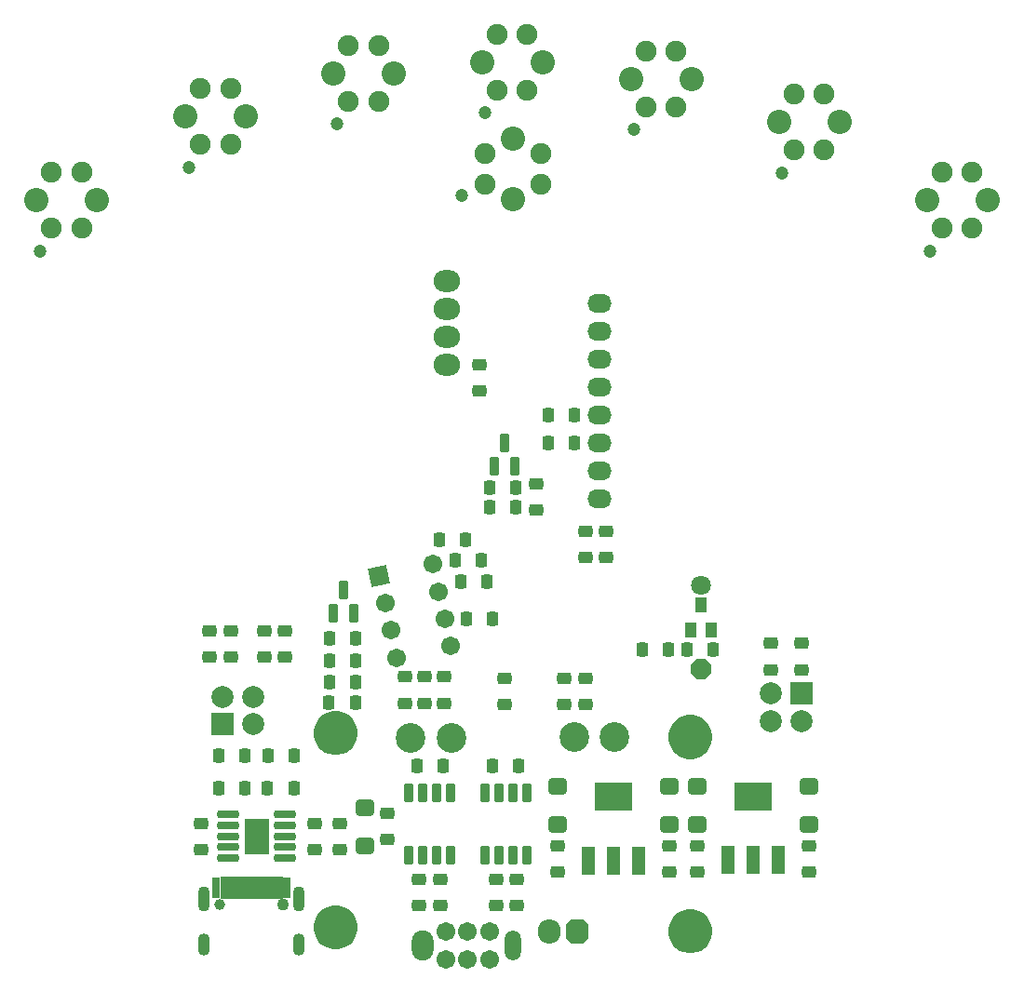
<source format=gbs>
G04*
G04 #@! TF.GenerationSoftware,Altium Limited,Altium Designer,23.1.1 (15)*
G04*
G04 Layer_Color=16711935*
%FSAX25Y25*%
%MOIN*%
G70*
G04*
G04 #@! TF.SameCoordinates,B82E7E18-3205-491C-BA0E-7F24CF85224E*
G04*
G04*
G04 #@! TF.FilePolarity,Negative*
G04*
G01*
G75*
G04:AMPARAMS|DCode=34|XSize=43.31mil|YSize=51.18mil|CornerRadius=11.81mil|HoleSize=0mil|Usage=FLASHONLY|Rotation=90.000|XOffset=0mil|YOffset=0mil|HoleType=Round|Shape=RoundedRectangle|*
%AMROUNDEDRECTD34*
21,1,0.04331,0.02756,0,0,90.0*
21,1,0.01968,0.05118,0,0,90.0*
1,1,0.02362,0.01378,0.00984*
1,1,0.02362,0.01378,-0.00984*
1,1,0.02362,-0.01378,-0.00984*
1,1,0.02362,-0.01378,0.00984*
%
%ADD34ROUNDEDRECTD34*%
G04:AMPARAMS|DCode=42|XSize=43.31mil|YSize=51.18mil|CornerRadius=11.81mil|HoleSize=0mil|Usage=FLASHONLY|Rotation=0.000|XOffset=0mil|YOffset=0mil|HoleType=Round|Shape=RoundedRectangle|*
%AMROUNDEDRECTD42*
21,1,0.04331,0.02756,0,0,0.0*
21,1,0.01968,0.05118,0,0,0.0*
1,1,0.02362,0.00984,-0.01378*
1,1,0.02362,-0.00984,-0.01378*
1,1,0.02362,-0.00984,0.01378*
1,1,0.02362,0.00984,0.01378*
%
%ADD42ROUNDEDRECTD42*%
%ADD44C,0.07493*%
%ADD45C,0.08674*%
%ADD46C,0.04737*%
%ADD47R,0.07887X0.07887*%
%ADD48C,0.07887*%
%ADD49C,0.07099*%
G04:AMPARAMS|DCode=50|XSize=70.99mil|YSize=70.99mil|CornerRadius=0mil|HoleSize=0mil|Usage=FLASHONLY|Rotation=270.000|XOffset=0mil|YOffset=0mil|HoleType=Round|Shape=Octagon|*
%AMOCTAGOND50*
4,1,8,-0.01775,-0.03550,0.01775,-0.03550,0.03550,-0.01775,0.03550,0.01775,0.01775,0.03550,-0.01775,0.03550,-0.03550,0.01775,-0.03550,-0.01775,-0.01775,-0.03550,0.0*
%
%ADD50OCTAGOND50*%

%ADD51O,0.05800X0.10800*%
%ADD52C,0.06706*%
%ADD53O,0.07887X0.10800*%
G04:AMPARAMS|DCode=54|XSize=86.74mil|YSize=82.8mil|CornerRadius=0mil|HoleSize=0mil|Usage=FLASHONLY|Rotation=270.000|XOffset=0mil|YOffset=0mil|HoleType=Round|Shape=Octagon|*
%AMOCTAGOND54*
4,1,8,-0.02070,-0.04337,0.02070,-0.04337,0.04140,-0.02267,0.04140,0.02267,0.02070,0.04337,-0.02070,0.04337,-0.04140,0.02267,-0.04140,-0.02267,-0.02070,-0.04337,0.0*
%
%ADD54OCTAGOND54*%

%ADD55O,0.08280X0.08674*%
%ADD56C,0.10642*%
%ADD57C,0.03937*%
%ADD58C,0.04331*%
%ADD59O,0.04331X0.09055*%
%ADD60O,0.04331X0.07874*%
%ADD61O,0.08674X0.06706*%
%ADD62P,0.09483X4X57.0*%
%ADD63O,0.09461X0.07887*%
G04:AMPARAMS|DCode=104|XSize=78.87mil|YSize=28mil|CornerRadius=9mil|HoleSize=0mil|Usage=FLASHONLY|Rotation=180.000|XOffset=0mil|YOffset=0mil|HoleType=Round|Shape=RoundedRectangle|*
%AMROUNDEDRECTD104*
21,1,0.07887,0.01000,0,0,180.0*
21,1,0.06087,0.02800,0,0,180.0*
1,1,0.01800,-0.03043,0.00500*
1,1,0.01800,0.03043,0.00500*
1,1,0.01800,0.03043,-0.00500*
1,1,0.01800,-0.03043,-0.00500*
%
%ADD104ROUNDEDRECTD104*%
G04:AMPARAMS|DCode=105|XSize=67.06mil|YSize=35.56mil|CornerRadius=10.89mil|HoleSize=0mil|Usage=FLASHONLY|Rotation=270.000|XOffset=0mil|YOffset=0mil|HoleType=Round|Shape=RoundedRectangle|*
%AMROUNDEDRECTD105*
21,1,0.06706,0.01378,0,0,270.0*
21,1,0.04528,0.03556,0,0,270.0*
1,1,0.02178,-0.00689,-0.02264*
1,1,0.02178,-0.00689,0.02264*
1,1,0.02178,0.00689,0.02264*
1,1,0.02178,0.00689,-0.02264*
%
%ADD105ROUNDEDRECTD105*%
%ADD106R,0.04343X0.05524*%
%ADD107R,0.13792X0.10249*%
%ADD108R,0.04737X0.10249*%
G04:AMPARAMS|DCode=109|XSize=61.02mil|YSize=68.9mil|CornerRadius=16.73mil|HoleSize=0mil|Usage=FLASHONLY|Rotation=270.000|XOffset=0mil|YOffset=0mil|HoleType=Round|Shape=RoundedRectangle|*
%AMROUNDEDRECTD109*
21,1,0.06102,0.03543,0,0,270.0*
21,1,0.02756,0.06890,0,0,270.0*
1,1,0.03347,-0.01772,-0.01378*
1,1,0.03347,-0.01772,0.01378*
1,1,0.03347,0.01772,0.01378*
1,1,0.03347,0.01772,-0.01378*
%
%ADD109ROUNDEDRECTD109*%
G04:AMPARAMS|DCode=110|XSize=35.56mil|YSize=67.06mil|CornerRadius=10.89mil|HoleSize=0mil|Usage=FLASHONLY|Rotation=180.000|XOffset=0mil|YOffset=0mil|HoleType=Round|Shape=RoundedRectangle|*
%AMROUNDEDRECTD110*
21,1,0.03556,0.04528,0,0,180.0*
21,1,0.01378,0.06706,0,0,180.0*
1,1,0.02178,-0.00689,0.02264*
1,1,0.02178,0.00689,0.02264*
1,1,0.02178,0.00689,-0.02264*
1,1,0.02178,-0.00689,-0.02264*
%
%ADD110ROUNDEDRECTD110*%
%ADD111R,0.03465X0.08189*%
%ADD112R,0.02913X0.07638*%
%ADD113R,0.02284X0.08189*%
%ADD114R,0.08674X0.12611*%
G36*
X0118100Y0015628D02*
X0118876D01*
X0120397Y0015931D01*
X0121830Y0016524D01*
X0123119Y0017386D01*
X0124216Y0018483D01*
X0125078Y0019773D01*
X0125671Y0021206D01*
X0125974Y0022727D01*
Y0023502D01*
Y0024278D01*
X0125671Y0025799D01*
X0125078Y0027232D01*
X0124216Y0028522D01*
X0123119Y0029618D01*
X0121830Y0030480D01*
X0120397Y0031074D01*
X0118876Y0031376D01*
X0118100D01*
X0117324D01*
X0115803Y0031074D01*
X0114370Y0030480D01*
X0113081Y0029618D01*
X0111984Y0028522D01*
X0111122Y0027232D01*
X0110529Y0025799D01*
X0110226Y0024278D01*
Y0023502D01*
Y0022727D01*
X0110529Y0021206D01*
X0111122Y0019773D01*
X0111984Y0018483D01*
X0113081Y0017386D01*
X0114370Y0016524D01*
X0115803Y0015931D01*
X0117324Y0015628D01*
X0118100D01*
D01*
D02*
G37*
G36*
Y0085228D02*
X0118876D01*
X0120397Y0085531D01*
X0121830Y0086124D01*
X0123119Y0086986D01*
X0124216Y0088083D01*
X0125078Y0089373D01*
X0125671Y0090806D01*
X0125974Y0092327D01*
Y0093102D01*
Y0093878D01*
X0125671Y0095399D01*
X0125078Y0096832D01*
X0124216Y0098122D01*
X0123119Y0099218D01*
X0121830Y0100080D01*
X0120397Y0100674D01*
X0118876Y0100976D01*
X0118100D01*
X0117324D01*
X0115803Y0100674D01*
X0114370Y0100080D01*
X0113081Y0099218D01*
X0111984Y0098122D01*
X0111122Y0096832D01*
X0110529Y0095399D01*
X0110226Y0093878D01*
Y0093102D01*
Y0092327D01*
X0110529Y0090806D01*
X0111122Y0089373D01*
X0111984Y0088083D01*
X0113081Y0086986D01*
X0114370Y0086124D01*
X0115803Y0085531D01*
X0117324Y0085228D01*
X0118100D01*
D01*
D02*
G37*
G36*
X0245100Y0029976D02*
X0244324D01*
X0242803Y0029674D01*
X0241370Y0029080D01*
X0240081Y0028218D01*
X0238984Y0027122D01*
X0238122Y0025832D01*
X0237529Y0024399D01*
X0237226Y0022878D01*
Y0022102D01*
Y0021327D01*
X0237529Y0019806D01*
X0238122Y0018373D01*
X0238984Y0017083D01*
X0240081Y0015986D01*
X0241370Y0015124D01*
X0242803Y0014531D01*
X0244324Y0014228D01*
X0245100D01*
X0245876D01*
X0247397Y0014531D01*
X0248830Y0015124D01*
X0250119Y0015986D01*
X0251216Y0017083D01*
X0252078Y0018373D01*
X0252671Y0019806D01*
X0252974Y0021327D01*
Y0022102D01*
Y0022878D01*
X0252671Y0024399D01*
X0252078Y0025832D01*
X0251216Y0027122D01*
X0250119Y0028218D01*
X0248830Y0029080D01*
X0247397Y0029674D01*
X0245876Y0029976D01*
X0245100D01*
D01*
D02*
G37*
G36*
X0245100Y0099576D02*
X0244324D01*
X0242803Y0099274D01*
X0241370Y0098680D01*
X0240081Y0097818D01*
X0238984Y0096722D01*
X0238122Y0095432D01*
X0237529Y0093999D01*
X0237226Y0092478D01*
Y0091702D01*
Y0090927D01*
X0237529Y0089406D01*
X0238122Y0087973D01*
X0238984Y0086683D01*
X0240081Y0085586D01*
X0241370Y0084724D01*
X0242803Y0084131D01*
X0244324Y0083828D01*
X0245100D01*
X0245876D01*
X0247397Y0084131D01*
X0248830Y0084724D01*
X0250119Y0085586D01*
X0251216Y0086683D01*
X0252078Y0087973D01*
X0252671Y0089406D01*
X0252974Y0090927D01*
Y0091702D01*
Y0092478D01*
X0252671Y0093999D01*
X0252078Y0095432D01*
X0251216Y0096722D01*
X0250119Y0097818D01*
X0248830Y0098680D01*
X0247397Y0099274D01*
X0245876Y0099576D01*
X0245100D01*
D01*
D02*
G37*
D34*
X0207500Y0103250D02*
D03*
Y0112624D02*
D03*
X0200000Y0103313D02*
D03*
Y0112687D02*
D03*
X0274000Y0115813D02*
D03*
Y0125187D02*
D03*
X0285000Y0115813D02*
D03*
Y0125187D02*
D03*
X0070000Y0051313D02*
D03*
Y0060687D02*
D03*
X0287500Y0043250D02*
D03*
Y0052624D02*
D03*
X0237500Y0043250D02*
D03*
Y0052624D02*
D03*
X0247500Y0043250D02*
D03*
Y0052624D02*
D03*
X0197500Y0043250D02*
D03*
Y0052624D02*
D03*
X0175500Y0040687D02*
D03*
Y0031313D02*
D03*
X0183000Y0040687D02*
D03*
Y0031313D02*
D03*
X0136500Y0064250D02*
D03*
Y0054876D02*
D03*
X0110500Y0060687D02*
D03*
Y0051313D02*
D03*
X0119500D02*
D03*
Y0060687D02*
D03*
X0092500Y0129687D02*
D03*
Y0120313D02*
D03*
X0100000Y0129624D02*
D03*
Y0120250D02*
D03*
X0215000Y0155876D02*
D03*
Y0165250D02*
D03*
X0207500Y0155876D02*
D03*
Y0165250D02*
D03*
X0190000Y0172876D02*
D03*
Y0182250D02*
D03*
X0178500Y0112681D02*
D03*
Y0103307D02*
D03*
X0169500Y0225124D02*
D03*
Y0215750D02*
D03*
X0157000Y0103813D02*
D03*
Y0113187D02*
D03*
X0150000Y0103813D02*
D03*
Y0113187D02*
D03*
X0143000Y0103813D02*
D03*
Y0113187D02*
D03*
X0073000Y0129687D02*
D03*
Y0120313D02*
D03*
X0080500Y0129624D02*
D03*
Y0120250D02*
D03*
X0148000Y0031313D02*
D03*
Y0040687D02*
D03*
X0155500Y0031313D02*
D03*
Y0040687D02*
D03*
D42*
X0093750Y0073500D02*
D03*
X0103124D02*
D03*
X0103187Y0085000D02*
D03*
X0093813D02*
D03*
X0183750Y0081500D02*
D03*
X0174376D02*
D03*
X0237187Y0123000D02*
D03*
X0227813D02*
D03*
X0253187D02*
D03*
X0243813D02*
D03*
X0076313Y0085000D02*
D03*
X0085687D02*
D03*
Y0073500D02*
D03*
X0076313D02*
D03*
X0156750Y0081500D02*
D03*
X0147376D02*
D03*
X0125187Y0127000D02*
D03*
X0115813D02*
D03*
Y0119000D02*
D03*
X0125187D02*
D03*
Y0111500D02*
D03*
X0115813D02*
D03*
X0125124Y0104000D02*
D03*
X0115750D02*
D03*
X0155313Y0162500D02*
D03*
X0164687D02*
D03*
X0160813Y0155000D02*
D03*
X0170187D02*
D03*
X0162813Y0147500D02*
D03*
X0172187D02*
D03*
X0164813Y0134000D02*
D03*
X0174187D02*
D03*
X0182687Y0174000D02*
D03*
X0173313D02*
D03*
X0182687Y0181000D02*
D03*
X0173313D02*
D03*
X0203687Y0197000D02*
D03*
X0194313D02*
D03*
X0203687Y0207000D02*
D03*
X0194313D02*
D03*
D44*
X0335260Y0274000D02*
D03*
X0346087Y0274000D02*
D03*
Y0294000D02*
D03*
X0335260Y0294000D02*
D03*
X0229260Y0317500D02*
D03*
X0240087Y0317500D02*
D03*
Y0337500D02*
D03*
X0229260Y0337500D02*
D03*
X0175913Y0323500D02*
D03*
X0186740Y0323500D02*
D03*
Y0343500D02*
D03*
X0175913Y0343500D02*
D03*
X0122760Y0319500D02*
D03*
X0133587Y0319500D02*
D03*
Y0339500D02*
D03*
X0122760Y0339500D02*
D03*
X0069760Y0304000D02*
D03*
X0080587Y0304000D02*
D03*
Y0324000D02*
D03*
X0069760Y0324000D02*
D03*
X0016413Y0274000D02*
D03*
X0027240Y0274000D02*
D03*
Y0294000D02*
D03*
X0016413Y0294000D02*
D03*
X0282260Y0302000D02*
D03*
X0293087Y0302000D02*
D03*
Y0322000D02*
D03*
X0282260Y0322000D02*
D03*
X0191500Y0289760D02*
D03*
X0191500Y0300587D02*
D03*
X0171500D02*
D03*
X0171500Y0289760D02*
D03*
D45*
X0351500Y0284000D02*
D03*
X0329846Y0284000D02*
D03*
X0245500Y0327500D02*
D03*
X0223846Y0327500D02*
D03*
X0192154Y0333500D02*
D03*
X0170500Y0333500D02*
D03*
X0139000Y0329500D02*
D03*
X0117346Y0329500D02*
D03*
X0086000Y0314000D02*
D03*
X0064346Y0314000D02*
D03*
X0032653Y0284000D02*
D03*
X0011000Y0284000D02*
D03*
X0298500Y0312000D02*
D03*
X0276846Y0312000D02*
D03*
X0118100Y0023502D02*
D03*
Y0093102D02*
D03*
X0245100Y0022102D02*
D03*
X0245100Y0091702D02*
D03*
X0181500Y0284346D02*
D03*
X0181500Y0306000D02*
D03*
D46*
X0331028Y0265693D02*
D03*
X0225028Y0309193D02*
D03*
X0171681Y0315193D02*
D03*
X0118528Y0311193D02*
D03*
X0065528Y0295693D02*
D03*
X0012181Y0265693D02*
D03*
X0278028Y0293693D02*
D03*
X0163193Y0285528D02*
D03*
D47*
X0077701Y0096299D02*
D03*
X0284902Y0107244D02*
D03*
D48*
X0077701Y0106142D02*
D03*
X0088724D02*
D03*
Y0096299D02*
D03*
X0284902Y0097402D02*
D03*
X0273878D02*
D03*
Y0107244D02*
D03*
D49*
X0249000Y0145961D02*
D03*
D50*
Y0116039D02*
D03*
D51*
X0181543Y0017079D02*
D03*
D52*
X0173276Y0012157D02*
D03*
X0165402D02*
D03*
X0173276Y0022000D02*
D03*
X0165402D02*
D03*
X0157528Y0012157D02*
D03*
Y0022000D02*
D03*
X0135789Y0139669D02*
D03*
X0137868Y0129888D02*
D03*
X0139947Y0120106D02*
D03*
X0159202Y0124199D02*
D03*
X0157123Y0133980D02*
D03*
X0155044Y0143762D02*
D03*
X0152965Y0153543D02*
D03*
D53*
X0149260Y0017079D02*
D03*
D54*
X0204500Y0022000D02*
D03*
D55*
X0194500D02*
D03*
D56*
X0159500Y0091429D02*
D03*
X0144900D02*
D03*
X0203700Y0091702D02*
D03*
X0217900Y0091702D02*
D03*
D57*
X0076583Y0031799D02*
D03*
D58*
X0099417D02*
D03*
D59*
X0105028Y0033768D02*
D03*
X0070972D02*
D03*
D60*
Y0017232D02*
D03*
X0105028D02*
D03*
D61*
X0212500Y0247000D02*
D03*
Y0237000D02*
D03*
Y0227000D02*
D03*
Y0217000D02*
D03*
Y0207000D02*
D03*
Y0197000D02*
D03*
Y0187000D02*
D03*
Y0177000D02*
D03*
D62*
X0133710Y0149451D02*
D03*
D63*
X0158000Y0255000D02*
D03*
Y0245000D02*
D03*
Y0235000D02*
D03*
Y0225000D02*
D03*
D104*
X0079606Y0048252D02*
D03*
Y0052189D02*
D03*
Y0056126D02*
D03*
Y0060063D02*
D03*
Y0064000D02*
D03*
X0100079Y0048252D02*
D03*
Y0052189D02*
D03*
Y0056126D02*
D03*
Y0060063D02*
D03*
Y0064000D02*
D03*
D105*
X0186598Y0049461D02*
D03*
X0181598D02*
D03*
X0176598D02*
D03*
X0171598D02*
D03*
Y0071720D02*
D03*
X0176598D02*
D03*
X0181598D02*
D03*
X0186598D02*
D03*
X0159201Y0049461D02*
D03*
X0154201D02*
D03*
X0149201D02*
D03*
X0144201D02*
D03*
Y0071720D02*
D03*
X0149201D02*
D03*
X0154201D02*
D03*
X0159201D02*
D03*
D106*
X0249000Y0139134D02*
D03*
X0252740Y0129866D02*
D03*
X0245260D02*
D03*
D107*
X0267500Y0070417D02*
D03*
X0217500Y0070335D02*
D03*
D108*
X0258445Y0047583D02*
D03*
X0267500D02*
D03*
X0276555D02*
D03*
X0208445Y0047500D02*
D03*
X0217500D02*
D03*
X0226555D02*
D03*
D109*
X0197500Y0073937D02*
D03*
Y0060313D02*
D03*
X0128500Y0066437D02*
D03*
Y0052813D02*
D03*
X0287500Y0060313D02*
D03*
Y0073937D02*
D03*
X0247500Y0060313D02*
D03*
Y0073937D02*
D03*
X0237500Y0060313D02*
D03*
Y0073937D02*
D03*
D110*
X0124740Y0136153D02*
D03*
X0117260Y0136153D02*
D03*
X0121000Y0144421D02*
D03*
X0182319Y0188732D02*
D03*
X0174839Y0188732D02*
D03*
X0178579Y0197000D02*
D03*
D111*
X0097449Y0037508D02*
D03*
X0078551D02*
D03*
D112*
X0100598D02*
D03*
X0075402D02*
D03*
D113*
X0094890Y0037795D02*
D03*
X0092921Y0037508D02*
D03*
X0090953D02*
D03*
X0081110Y0037795D02*
D03*
X0083079Y0037508D02*
D03*
X0085047D02*
D03*
X0087016D02*
D03*
X0088984D02*
D03*
D114*
X0089842Y0056126D02*
D03*
M02*

</source>
